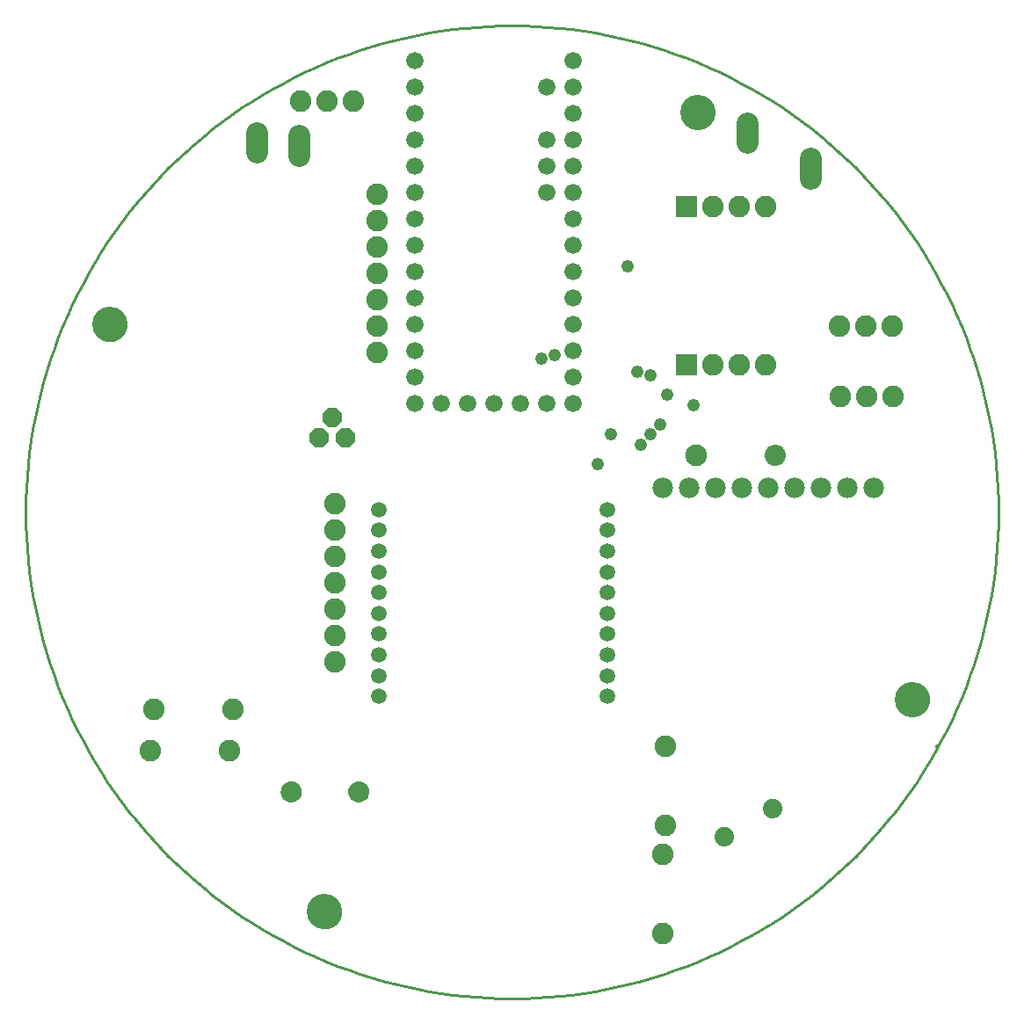
<source format=gbs>
G04 EAGLE Gerber X2 export*
%TF.Part,Single*%
%TF.FileFunction,Other,Solder Mask bottom*%
%TF.FilePolarity,Positive*%
%TF.GenerationSoftware,Autodesk,EAGLE,9.0.0*%
%TF.CreationDate,2018-04-25T18:29:15Z*%
G75*
%MOMM*%
%FSLAX34Y34*%
%LPD*%
%AMOC8*
5,1,8,0,0,1.08239X$1,22.5*%
G01*
%ADD10C,0.254000*%
%ADD11C,0.406400*%
%ADD12C,0.000000*%
%ADD13C,3.403200*%
%ADD14C,1.981200*%
%ADD15C,1.676400*%
%ADD16C,1.511200*%
%ADD17C,2.082800*%
%ADD18R,2.082800X2.082800*%
%ADD19C,1.879600*%
%ADD20C,2.082800*%
%ADD21P,2.034460X8X22.500000*%
%ADD22C,2.047813*%
%ADD23C,2.094537*%
%ADD24C,1.219200*%

G36*
X-145931Y-281257D02*
X-145931Y-281257D01*
X-145888Y-281245D01*
X-145822Y-281237D01*
X-144205Y-280783D01*
X-144164Y-280763D01*
X-144136Y-280755D01*
X-144126Y-280753D01*
X-144122Y-280750D01*
X-144101Y-280744D01*
X-142587Y-280015D01*
X-142551Y-279989D01*
X-142492Y-279959D01*
X-141127Y-278979D01*
X-141096Y-278947D01*
X-141043Y-278907D01*
X-139869Y-277705D01*
X-139844Y-277668D01*
X-139799Y-277619D01*
X-138852Y-276231D01*
X-138833Y-276190D01*
X-138798Y-276135D01*
X-138106Y-274603D01*
X-138095Y-274560D01*
X-138069Y-274499D01*
X-137654Y-272871D01*
X-137651Y-272826D01*
X-137636Y-272762D01*
X-137509Y-271086D01*
X-137514Y-271040D01*
X-137512Y-270968D01*
X-137717Y-269132D01*
X-137731Y-269086D01*
X-137743Y-269010D01*
X-138303Y-267250D01*
X-138326Y-267207D01*
X-138352Y-267136D01*
X-139245Y-265518D01*
X-139275Y-265481D01*
X-139315Y-265416D01*
X-140506Y-264003D01*
X-140543Y-263973D01*
X-140595Y-263917D01*
X-142039Y-262764D01*
X-142081Y-262741D01*
X-142143Y-262696D01*
X-143784Y-261847D01*
X-143830Y-261833D01*
X-143899Y-261801D01*
X-145674Y-261289D01*
X-145722Y-261284D01*
X-145796Y-261266D01*
X-147637Y-261109D01*
X-147681Y-261114D01*
X-147746Y-261110D01*
X-149577Y-261269D01*
X-149623Y-261282D01*
X-149699Y-261292D01*
X-151463Y-261806D01*
X-151506Y-261828D01*
X-151579Y-261853D01*
X-153209Y-262701D01*
X-153247Y-262731D01*
X-153313Y-262769D01*
X-154746Y-263919D01*
X-154778Y-263956D01*
X-154835Y-264006D01*
X-156016Y-265414D01*
X-156040Y-265456D01*
X-156086Y-265517D01*
X-156296Y-265898D01*
X-156296Y-265899D01*
X-156970Y-267128D01*
X-156985Y-267174D01*
X-157019Y-267242D01*
X-157571Y-268995D01*
X-157577Y-269043D01*
X-157597Y-269117D01*
X-157796Y-270944D01*
X-157793Y-270989D01*
X-157799Y-271059D01*
X-157676Y-272735D01*
X-157665Y-272778D01*
X-157659Y-272844D01*
X-157247Y-274473D01*
X-157229Y-274514D01*
X-157211Y-274578D01*
X-156523Y-276111D01*
X-156498Y-276148D01*
X-156469Y-276207D01*
X-155525Y-277598D01*
X-155494Y-277630D01*
X-155456Y-277684D01*
X-154285Y-278889D01*
X-154248Y-278915D01*
X-154201Y-278961D01*
X-152839Y-279945D01*
X-152798Y-279965D01*
X-152744Y-280002D01*
X-151231Y-280734D01*
X-151188Y-280746D01*
X-151177Y-280751D01*
X-151150Y-280765D01*
X-151145Y-280766D01*
X-151128Y-280773D01*
X-149511Y-281232D01*
X-149466Y-281236D01*
X-149402Y-281253D01*
X-147730Y-281423D01*
X-147682Y-281420D01*
X-147603Y-281424D01*
X-145931Y-281257D01*
G37*
G36*
X-210955Y-281257D02*
X-210955Y-281257D01*
X-210912Y-281245D01*
X-210846Y-281237D01*
X-209229Y-280783D01*
X-209188Y-280763D01*
X-209160Y-280755D01*
X-209150Y-280753D01*
X-209146Y-280750D01*
X-209125Y-280744D01*
X-207611Y-280015D01*
X-207575Y-279989D01*
X-207516Y-279959D01*
X-206151Y-278979D01*
X-206120Y-278947D01*
X-206067Y-278907D01*
X-204893Y-277705D01*
X-204868Y-277668D01*
X-204823Y-277619D01*
X-203876Y-276231D01*
X-203857Y-276190D01*
X-203822Y-276135D01*
X-203130Y-274603D01*
X-203119Y-274560D01*
X-203093Y-274499D01*
X-202678Y-272871D01*
X-202675Y-272826D01*
X-202660Y-272762D01*
X-202533Y-271086D01*
X-202538Y-271040D01*
X-202536Y-270968D01*
X-202741Y-269132D01*
X-202755Y-269086D01*
X-202767Y-269010D01*
X-203327Y-267250D01*
X-203350Y-267207D01*
X-203376Y-267136D01*
X-204269Y-265518D01*
X-204299Y-265481D01*
X-204339Y-265416D01*
X-205530Y-264003D01*
X-205567Y-263973D01*
X-205619Y-263917D01*
X-207063Y-262764D01*
X-207105Y-262741D01*
X-207167Y-262696D01*
X-208808Y-261847D01*
X-208854Y-261833D01*
X-208923Y-261801D01*
X-210698Y-261289D01*
X-210746Y-261284D01*
X-210820Y-261266D01*
X-212661Y-261109D01*
X-212705Y-261114D01*
X-212770Y-261110D01*
X-214601Y-261269D01*
X-214647Y-261282D01*
X-214723Y-261292D01*
X-216487Y-261806D01*
X-216530Y-261828D01*
X-216603Y-261853D01*
X-218233Y-262701D01*
X-218271Y-262731D01*
X-218337Y-262769D01*
X-219770Y-263919D01*
X-219802Y-263956D01*
X-219859Y-264006D01*
X-221040Y-265414D01*
X-221064Y-265456D01*
X-221110Y-265517D01*
X-221320Y-265898D01*
X-221320Y-265899D01*
X-221994Y-267128D01*
X-222009Y-267174D01*
X-222043Y-267242D01*
X-222595Y-268995D01*
X-222601Y-269043D01*
X-222621Y-269117D01*
X-222820Y-270944D01*
X-222817Y-270989D01*
X-222823Y-271059D01*
X-222700Y-272735D01*
X-222689Y-272778D01*
X-222683Y-272844D01*
X-222271Y-274473D01*
X-222253Y-274514D01*
X-222235Y-274578D01*
X-221547Y-276111D01*
X-221522Y-276148D01*
X-221493Y-276207D01*
X-220549Y-277598D01*
X-220518Y-277630D01*
X-220480Y-277684D01*
X-219309Y-278889D01*
X-219272Y-278915D01*
X-219225Y-278961D01*
X-217863Y-279945D01*
X-217822Y-279965D01*
X-217768Y-280002D01*
X-216255Y-280734D01*
X-216212Y-280746D01*
X-216201Y-280751D01*
X-216174Y-280765D01*
X-216169Y-280766D01*
X-216152Y-280773D01*
X-214535Y-281232D01*
X-214490Y-281236D01*
X-214426Y-281253D01*
X-212754Y-281423D01*
X-212706Y-281420D01*
X-212627Y-281424D01*
X-210955Y-281257D01*
G37*
D10*
X-468441Y-1524D02*
X-468300Y9972D01*
X-467877Y21461D01*
X-467172Y32937D01*
X-466185Y44391D01*
X-464918Y55818D01*
X-463371Y67211D01*
X-461544Y78562D01*
X-459440Y89864D01*
X-457059Y101112D01*
X-454402Y112298D01*
X-451472Y123415D01*
X-448270Y134457D01*
X-444798Y145417D01*
X-441058Y156289D01*
X-437052Y167066D01*
X-432783Y177741D01*
X-428253Y188308D01*
X-423466Y198760D01*
X-418423Y209092D01*
X-413128Y219298D01*
X-407584Y229370D01*
X-401795Y239303D01*
X-395764Y249091D01*
X-389494Y258728D01*
X-382990Y268208D01*
X-376255Y277526D01*
X-369294Y286676D01*
X-362110Y295652D01*
X-354708Y304449D01*
X-347092Y313062D01*
X-339267Y321485D01*
X-331238Y329714D01*
X-323009Y337743D01*
X-314586Y345568D01*
X-305973Y353184D01*
X-297176Y360586D01*
X-288200Y367770D01*
X-279050Y374731D01*
X-269732Y381466D01*
X-260252Y387970D01*
X-250615Y394240D01*
X-240827Y400271D01*
X-230894Y406060D01*
X-220822Y411604D01*
X-210616Y416899D01*
X-200284Y421942D01*
X-189832Y426729D01*
X-179265Y431259D01*
X-168590Y435528D01*
X-157813Y439534D01*
X-146941Y443274D01*
X-135981Y446746D01*
X-124939Y449948D01*
X-113822Y452878D01*
X-102636Y455535D01*
X-91388Y457916D01*
X-80086Y460020D01*
X-68735Y461847D01*
X-57342Y463394D01*
X-45915Y464661D01*
X-34461Y465648D01*
X-22985Y466353D01*
X-11496Y466776D01*
X0Y466917D01*
X11496Y466776D01*
X22985Y466353D01*
X34461Y465648D01*
X45915Y464661D01*
X57342Y463394D01*
X68735Y461847D01*
X80086Y460020D01*
X91388Y457916D01*
X102636Y455535D01*
X113822Y452878D01*
X124939Y449948D01*
X135981Y446746D01*
X146941Y443274D01*
X157813Y439534D01*
X168590Y435528D01*
X179265Y431259D01*
X189832Y426729D01*
X200284Y421942D01*
X210616Y416899D01*
X220822Y411604D01*
X230894Y406060D01*
X240827Y400271D01*
X250615Y394240D01*
X260252Y387970D01*
X269732Y381466D01*
X279050Y374731D01*
X288200Y367770D01*
X297176Y360586D01*
X305973Y353184D01*
X314586Y345568D01*
X323009Y337743D01*
X331238Y329714D01*
X339267Y321485D01*
X347092Y313062D01*
X354708Y304449D01*
X362110Y295652D01*
X369294Y286676D01*
X376255Y277526D01*
X382990Y268208D01*
X389494Y258728D01*
X395764Y249091D01*
X401795Y239303D01*
X407584Y229370D01*
X413128Y219298D01*
X418423Y209092D01*
X423466Y198760D01*
X428253Y188308D01*
X432783Y177741D01*
X437052Y167066D01*
X441058Y156289D01*
X444798Y145417D01*
X448270Y134457D01*
X451472Y123415D01*
X454402Y112298D01*
X457059Y101112D01*
X459440Y89864D01*
X461544Y78562D01*
X463371Y67211D01*
X464918Y55818D01*
X466185Y44391D01*
X467172Y32937D01*
X467877Y21461D01*
X468300Y9972D01*
X468441Y-1524D01*
X468300Y-13020D01*
X467877Y-24509D01*
X467172Y-35985D01*
X466185Y-47439D01*
X464918Y-58866D01*
X463371Y-70259D01*
X461544Y-81610D01*
X459440Y-92912D01*
X457059Y-104160D01*
X454402Y-115346D01*
X451472Y-126463D01*
X448270Y-137505D01*
X444798Y-148465D01*
X441058Y-159337D01*
X437052Y-170114D01*
X432783Y-180789D01*
X428253Y-191356D01*
X423466Y-201808D01*
X418423Y-212140D01*
X413128Y-222346D01*
X407584Y-232418D01*
X401795Y-242351D01*
X395764Y-252139D01*
X389494Y-261776D01*
X382990Y-271256D01*
X376255Y-280574D01*
X369294Y-289724D01*
X362110Y-298700D01*
X354708Y-307497D01*
X347092Y-316110D01*
X339267Y-324533D01*
X331238Y-332762D01*
X323009Y-340791D01*
X314586Y-348616D01*
X305973Y-356232D01*
X297176Y-363634D01*
X288200Y-370818D01*
X279050Y-377779D01*
X269732Y-384514D01*
X260252Y-391018D01*
X250615Y-397288D01*
X240827Y-403319D01*
X230894Y-409108D01*
X220822Y-414652D01*
X210616Y-419947D01*
X200284Y-424990D01*
X189832Y-429777D01*
X179265Y-434307D01*
X168590Y-438576D01*
X157813Y-442582D01*
X146941Y-446322D01*
X135981Y-449794D01*
X124939Y-452996D01*
X113822Y-455926D01*
X102636Y-458583D01*
X91388Y-460964D01*
X80086Y-463068D01*
X68735Y-464895D01*
X57342Y-466442D01*
X45915Y-467709D01*
X34461Y-468696D01*
X22985Y-469401D01*
X11496Y-469824D01*
X0Y-469965D01*
X-11496Y-469824D01*
X-22985Y-469401D01*
X-34461Y-468696D01*
X-45915Y-467709D01*
X-57342Y-466442D01*
X-68735Y-464895D01*
X-80086Y-463068D01*
X-91388Y-460964D01*
X-102636Y-458583D01*
X-113822Y-455926D01*
X-124939Y-452996D01*
X-135981Y-449794D01*
X-146941Y-446322D01*
X-157813Y-442582D01*
X-168590Y-438576D01*
X-179265Y-434307D01*
X-189832Y-429777D01*
X-200284Y-424990D01*
X-210616Y-419947D01*
X-220822Y-414652D01*
X-230894Y-409108D01*
X-240827Y-403319D01*
X-250615Y-397288D01*
X-260252Y-391018D01*
X-269732Y-384514D01*
X-279050Y-377779D01*
X-288200Y-370818D01*
X-297176Y-363634D01*
X-305973Y-356232D01*
X-314586Y-348616D01*
X-323009Y-340791D01*
X-331238Y-332762D01*
X-339267Y-324533D01*
X-347092Y-316110D01*
X-354708Y-307497D01*
X-362110Y-298700D01*
X-369294Y-289724D01*
X-376255Y-280574D01*
X-382990Y-271256D01*
X-389494Y-261776D01*
X-395764Y-252139D01*
X-401795Y-242351D01*
X-407584Y-232418D01*
X-413128Y-222346D01*
X-418423Y-212140D01*
X-423466Y-201808D01*
X-428253Y-191356D01*
X-432783Y-180789D01*
X-437052Y-170114D01*
X-441058Y-159337D01*
X-444798Y-148465D01*
X-448270Y-137505D01*
X-451472Y-126463D01*
X-454402Y-115346D01*
X-457059Y-104160D01*
X-459440Y-92912D01*
X-461544Y-81610D01*
X-463371Y-70259D01*
X-464918Y-58866D01*
X-466185Y-47439D01*
X-467172Y-35985D01*
X-467877Y-24509D01*
X-468300Y-13020D01*
X-468441Y-1524D01*
D11*
X409634Y-227580D02*
X409742Y-227350D01*
D12*
X163070Y383540D02*
X163075Y383933D01*
X163089Y384325D01*
X163113Y384717D01*
X163147Y385108D01*
X163190Y385499D01*
X163243Y385888D01*
X163306Y386275D01*
X163377Y386661D01*
X163459Y387046D01*
X163549Y387428D01*
X163650Y387807D01*
X163759Y388185D01*
X163878Y388559D01*
X164005Y388930D01*
X164142Y389298D01*
X164288Y389663D01*
X164443Y390024D01*
X164606Y390381D01*
X164778Y390734D01*
X164959Y391082D01*
X165149Y391426D01*
X165346Y391766D01*
X165552Y392100D01*
X165766Y392429D01*
X165989Y392753D01*
X166219Y393071D01*
X166456Y393384D01*
X166702Y393690D01*
X166955Y393991D01*
X167215Y394285D01*
X167482Y394573D01*
X167756Y394854D01*
X168037Y395128D01*
X168325Y395395D01*
X168619Y395655D01*
X168920Y395908D01*
X169226Y396154D01*
X169539Y396391D01*
X169857Y396621D01*
X170181Y396844D01*
X170510Y397058D01*
X170844Y397264D01*
X171184Y397461D01*
X171528Y397651D01*
X171876Y397832D01*
X172229Y398004D01*
X172586Y398167D01*
X172947Y398322D01*
X173312Y398468D01*
X173680Y398605D01*
X174051Y398732D01*
X174425Y398851D01*
X174803Y398960D01*
X175182Y399061D01*
X175564Y399151D01*
X175949Y399233D01*
X176335Y399304D01*
X176722Y399367D01*
X177111Y399420D01*
X177502Y399463D01*
X177893Y399497D01*
X178285Y399521D01*
X178677Y399535D01*
X179070Y399540D01*
X179463Y399535D01*
X179855Y399521D01*
X180247Y399497D01*
X180638Y399463D01*
X181029Y399420D01*
X181418Y399367D01*
X181805Y399304D01*
X182191Y399233D01*
X182576Y399151D01*
X182958Y399061D01*
X183337Y398960D01*
X183715Y398851D01*
X184089Y398732D01*
X184460Y398605D01*
X184828Y398468D01*
X185193Y398322D01*
X185554Y398167D01*
X185911Y398004D01*
X186264Y397832D01*
X186612Y397651D01*
X186956Y397461D01*
X187296Y397264D01*
X187630Y397058D01*
X187959Y396844D01*
X188283Y396621D01*
X188601Y396391D01*
X188914Y396154D01*
X189220Y395908D01*
X189521Y395655D01*
X189815Y395395D01*
X190103Y395128D01*
X190384Y394854D01*
X190658Y394573D01*
X190925Y394285D01*
X191185Y393991D01*
X191438Y393690D01*
X191684Y393384D01*
X191921Y393071D01*
X192151Y392753D01*
X192374Y392429D01*
X192588Y392100D01*
X192794Y391766D01*
X192991Y391426D01*
X193181Y391082D01*
X193362Y390734D01*
X193534Y390381D01*
X193697Y390024D01*
X193852Y389663D01*
X193998Y389298D01*
X194135Y388930D01*
X194262Y388559D01*
X194381Y388185D01*
X194490Y387807D01*
X194591Y387428D01*
X194681Y387046D01*
X194763Y386661D01*
X194834Y386275D01*
X194897Y385888D01*
X194950Y385499D01*
X194993Y385108D01*
X195027Y384717D01*
X195051Y384325D01*
X195065Y383933D01*
X195070Y383540D01*
X195065Y383147D01*
X195051Y382755D01*
X195027Y382363D01*
X194993Y381972D01*
X194950Y381581D01*
X194897Y381192D01*
X194834Y380805D01*
X194763Y380419D01*
X194681Y380034D01*
X194591Y379652D01*
X194490Y379273D01*
X194381Y378895D01*
X194262Y378521D01*
X194135Y378150D01*
X193998Y377782D01*
X193852Y377417D01*
X193697Y377056D01*
X193534Y376699D01*
X193362Y376346D01*
X193181Y375998D01*
X192991Y375654D01*
X192794Y375314D01*
X192588Y374980D01*
X192374Y374651D01*
X192151Y374327D01*
X191921Y374009D01*
X191684Y373696D01*
X191438Y373390D01*
X191185Y373089D01*
X190925Y372795D01*
X190658Y372507D01*
X190384Y372226D01*
X190103Y371952D01*
X189815Y371685D01*
X189521Y371425D01*
X189220Y371172D01*
X188914Y370926D01*
X188601Y370689D01*
X188283Y370459D01*
X187959Y370236D01*
X187630Y370022D01*
X187296Y369816D01*
X186956Y369619D01*
X186612Y369429D01*
X186264Y369248D01*
X185911Y369076D01*
X185554Y368913D01*
X185193Y368758D01*
X184828Y368612D01*
X184460Y368475D01*
X184089Y368348D01*
X183715Y368229D01*
X183337Y368120D01*
X182958Y368019D01*
X182576Y367929D01*
X182191Y367847D01*
X181805Y367776D01*
X181418Y367713D01*
X181029Y367660D01*
X180638Y367617D01*
X180247Y367583D01*
X179855Y367559D01*
X179463Y367545D01*
X179070Y367540D01*
X178677Y367545D01*
X178285Y367559D01*
X177893Y367583D01*
X177502Y367617D01*
X177111Y367660D01*
X176722Y367713D01*
X176335Y367776D01*
X175949Y367847D01*
X175564Y367929D01*
X175182Y368019D01*
X174803Y368120D01*
X174425Y368229D01*
X174051Y368348D01*
X173680Y368475D01*
X173312Y368612D01*
X172947Y368758D01*
X172586Y368913D01*
X172229Y369076D01*
X171876Y369248D01*
X171528Y369429D01*
X171184Y369619D01*
X170844Y369816D01*
X170510Y370022D01*
X170181Y370236D01*
X169857Y370459D01*
X169539Y370689D01*
X169226Y370926D01*
X168920Y371172D01*
X168619Y371425D01*
X168325Y371685D01*
X168037Y371952D01*
X167756Y372226D01*
X167482Y372507D01*
X167215Y372795D01*
X166955Y373089D01*
X166702Y373390D01*
X166456Y373696D01*
X166219Y374009D01*
X165989Y374327D01*
X165766Y374651D01*
X165552Y374980D01*
X165346Y375314D01*
X165149Y375654D01*
X164959Y375998D01*
X164778Y376346D01*
X164606Y376699D01*
X164443Y377056D01*
X164288Y377417D01*
X164142Y377782D01*
X164005Y378150D01*
X163878Y378521D01*
X163759Y378895D01*
X163650Y379273D01*
X163549Y379652D01*
X163459Y380034D01*
X163377Y380419D01*
X163306Y380805D01*
X163243Y381192D01*
X163190Y381581D01*
X163147Y381972D01*
X163113Y382363D01*
X163089Y382755D01*
X163075Y383147D01*
X163070Y383540D01*
D13*
X179070Y383540D03*
D12*
X369826Y-182118D02*
X369831Y-181725D01*
X369845Y-181333D01*
X369869Y-180941D01*
X369903Y-180550D01*
X369946Y-180159D01*
X369999Y-179770D01*
X370062Y-179383D01*
X370133Y-178997D01*
X370215Y-178612D01*
X370305Y-178230D01*
X370406Y-177851D01*
X370515Y-177473D01*
X370634Y-177099D01*
X370761Y-176728D01*
X370898Y-176360D01*
X371044Y-175995D01*
X371199Y-175634D01*
X371362Y-175277D01*
X371534Y-174924D01*
X371715Y-174576D01*
X371905Y-174232D01*
X372102Y-173892D01*
X372308Y-173558D01*
X372522Y-173229D01*
X372745Y-172905D01*
X372975Y-172587D01*
X373212Y-172274D01*
X373458Y-171968D01*
X373711Y-171667D01*
X373971Y-171373D01*
X374238Y-171085D01*
X374512Y-170804D01*
X374793Y-170530D01*
X375081Y-170263D01*
X375375Y-170003D01*
X375676Y-169750D01*
X375982Y-169504D01*
X376295Y-169267D01*
X376613Y-169037D01*
X376937Y-168814D01*
X377266Y-168600D01*
X377600Y-168394D01*
X377940Y-168197D01*
X378284Y-168007D01*
X378632Y-167826D01*
X378985Y-167654D01*
X379342Y-167491D01*
X379703Y-167336D01*
X380068Y-167190D01*
X380436Y-167053D01*
X380807Y-166926D01*
X381181Y-166807D01*
X381559Y-166698D01*
X381938Y-166597D01*
X382320Y-166507D01*
X382705Y-166425D01*
X383091Y-166354D01*
X383478Y-166291D01*
X383867Y-166238D01*
X384258Y-166195D01*
X384649Y-166161D01*
X385041Y-166137D01*
X385433Y-166123D01*
X385826Y-166118D01*
X386219Y-166123D01*
X386611Y-166137D01*
X387003Y-166161D01*
X387394Y-166195D01*
X387785Y-166238D01*
X388174Y-166291D01*
X388561Y-166354D01*
X388947Y-166425D01*
X389332Y-166507D01*
X389714Y-166597D01*
X390093Y-166698D01*
X390471Y-166807D01*
X390845Y-166926D01*
X391216Y-167053D01*
X391584Y-167190D01*
X391949Y-167336D01*
X392310Y-167491D01*
X392667Y-167654D01*
X393020Y-167826D01*
X393368Y-168007D01*
X393712Y-168197D01*
X394052Y-168394D01*
X394386Y-168600D01*
X394715Y-168814D01*
X395039Y-169037D01*
X395357Y-169267D01*
X395670Y-169504D01*
X395976Y-169750D01*
X396277Y-170003D01*
X396571Y-170263D01*
X396859Y-170530D01*
X397140Y-170804D01*
X397414Y-171085D01*
X397681Y-171373D01*
X397941Y-171667D01*
X398194Y-171968D01*
X398440Y-172274D01*
X398677Y-172587D01*
X398907Y-172905D01*
X399130Y-173229D01*
X399344Y-173558D01*
X399550Y-173892D01*
X399747Y-174232D01*
X399937Y-174576D01*
X400118Y-174924D01*
X400290Y-175277D01*
X400453Y-175634D01*
X400608Y-175995D01*
X400754Y-176360D01*
X400891Y-176728D01*
X401018Y-177099D01*
X401137Y-177473D01*
X401246Y-177851D01*
X401347Y-178230D01*
X401437Y-178612D01*
X401519Y-178997D01*
X401590Y-179383D01*
X401653Y-179770D01*
X401706Y-180159D01*
X401749Y-180550D01*
X401783Y-180941D01*
X401807Y-181333D01*
X401821Y-181725D01*
X401826Y-182118D01*
X401821Y-182511D01*
X401807Y-182903D01*
X401783Y-183295D01*
X401749Y-183686D01*
X401706Y-184077D01*
X401653Y-184466D01*
X401590Y-184853D01*
X401519Y-185239D01*
X401437Y-185624D01*
X401347Y-186006D01*
X401246Y-186385D01*
X401137Y-186763D01*
X401018Y-187137D01*
X400891Y-187508D01*
X400754Y-187876D01*
X400608Y-188241D01*
X400453Y-188602D01*
X400290Y-188959D01*
X400118Y-189312D01*
X399937Y-189660D01*
X399747Y-190004D01*
X399550Y-190344D01*
X399344Y-190678D01*
X399130Y-191007D01*
X398907Y-191331D01*
X398677Y-191649D01*
X398440Y-191962D01*
X398194Y-192268D01*
X397941Y-192569D01*
X397681Y-192863D01*
X397414Y-193151D01*
X397140Y-193432D01*
X396859Y-193706D01*
X396571Y-193973D01*
X396277Y-194233D01*
X395976Y-194486D01*
X395670Y-194732D01*
X395357Y-194969D01*
X395039Y-195199D01*
X394715Y-195422D01*
X394386Y-195636D01*
X394052Y-195842D01*
X393712Y-196039D01*
X393368Y-196229D01*
X393020Y-196410D01*
X392667Y-196582D01*
X392310Y-196745D01*
X391949Y-196900D01*
X391584Y-197046D01*
X391216Y-197183D01*
X390845Y-197310D01*
X390471Y-197429D01*
X390093Y-197538D01*
X389714Y-197639D01*
X389332Y-197729D01*
X388947Y-197811D01*
X388561Y-197882D01*
X388174Y-197945D01*
X387785Y-197998D01*
X387394Y-198041D01*
X387003Y-198075D01*
X386611Y-198099D01*
X386219Y-198113D01*
X385826Y-198118D01*
X385433Y-198113D01*
X385041Y-198099D01*
X384649Y-198075D01*
X384258Y-198041D01*
X383867Y-197998D01*
X383478Y-197945D01*
X383091Y-197882D01*
X382705Y-197811D01*
X382320Y-197729D01*
X381938Y-197639D01*
X381559Y-197538D01*
X381181Y-197429D01*
X380807Y-197310D01*
X380436Y-197183D01*
X380068Y-197046D01*
X379703Y-196900D01*
X379342Y-196745D01*
X378985Y-196582D01*
X378632Y-196410D01*
X378284Y-196229D01*
X377940Y-196039D01*
X377600Y-195842D01*
X377266Y-195636D01*
X376937Y-195422D01*
X376613Y-195199D01*
X376295Y-194969D01*
X375982Y-194732D01*
X375676Y-194486D01*
X375375Y-194233D01*
X375081Y-193973D01*
X374793Y-193706D01*
X374512Y-193432D01*
X374238Y-193151D01*
X373971Y-192863D01*
X373711Y-192569D01*
X373458Y-192268D01*
X373212Y-191962D01*
X372975Y-191649D01*
X372745Y-191331D01*
X372522Y-191007D01*
X372308Y-190678D01*
X372102Y-190344D01*
X371905Y-190004D01*
X371715Y-189660D01*
X371534Y-189312D01*
X371362Y-188959D01*
X371199Y-188602D01*
X371044Y-188241D01*
X370898Y-187876D01*
X370761Y-187508D01*
X370634Y-187137D01*
X370515Y-186763D01*
X370406Y-186385D01*
X370305Y-186006D01*
X370215Y-185624D01*
X370133Y-185239D01*
X370062Y-184853D01*
X369999Y-184466D01*
X369946Y-184077D01*
X369903Y-183686D01*
X369869Y-183295D01*
X369845Y-182903D01*
X369831Y-182511D01*
X369826Y-182118D01*
D13*
X385826Y-182118D03*
D12*
X-403350Y179070D02*
X-403345Y179463D01*
X-403331Y179855D01*
X-403307Y180247D01*
X-403273Y180638D01*
X-403230Y181029D01*
X-403177Y181418D01*
X-403114Y181805D01*
X-403043Y182191D01*
X-402961Y182576D01*
X-402871Y182958D01*
X-402770Y183337D01*
X-402661Y183715D01*
X-402542Y184089D01*
X-402415Y184460D01*
X-402278Y184828D01*
X-402132Y185193D01*
X-401977Y185554D01*
X-401814Y185911D01*
X-401642Y186264D01*
X-401461Y186612D01*
X-401271Y186956D01*
X-401074Y187296D01*
X-400868Y187630D01*
X-400654Y187959D01*
X-400431Y188283D01*
X-400201Y188601D01*
X-399964Y188914D01*
X-399718Y189220D01*
X-399465Y189521D01*
X-399205Y189815D01*
X-398938Y190103D01*
X-398664Y190384D01*
X-398383Y190658D01*
X-398095Y190925D01*
X-397801Y191185D01*
X-397500Y191438D01*
X-397194Y191684D01*
X-396881Y191921D01*
X-396563Y192151D01*
X-396239Y192374D01*
X-395910Y192588D01*
X-395576Y192794D01*
X-395236Y192991D01*
X-394892Y193181D01*
X-394544Y193362D01*
X-394191Y193534D01*
X-393834Y193697D01*
X-393473Y193852D01*
X-393108Y193998D01*
X-392740Y194135D01*
X-392369Y194262D01*
X-391995Y194381D01*
X-391617Y194490D01*
X-391238Y194591D01*
X-390856Y194681D01*
X-390471Y194763D01*
X-390085Y194834D01*
X-389698Y194897D01*
X-389309Y194950D01*
X-388918Y194993D01*
X-388527Y195027D01*
X-388135Y195051D01*
X-387743Y195065D01*
X-387350Y195070D01*
X-386957Y195065D01*
X-386565Y195051D01*
X-386173Y195027D01*
X-385782Y194993D01*
X-385391Y194950D01*
X-385002Y194897D01*
X-384615Y194834D01*
X-384229Y194763D01*
X-383844Y194681D01*
X-383462Y194591D01*
X-383083Y194490D01*
X-382705Y194381D01*
X-382331Y194262D01*
X-381960Y194135D01*
X-381592Y193998D01*
X-381227Y193852D01*
X-380866Y193697D01*
X-380509Y193534D01*
X-380156Y193362D01*
X-379808Y193181D01*
X-379464Y192991D01*
X-379124Y192794D01*
X-378790Y192588D01*
X-378461Y192374D01*
X-378137Y192151D01*
X-377819Y191921D01*
X-377506Y191684D01*
X-377200Y191438D01*
X-376899Y191185D01*
X-376605Y190925D01*
X-376317Y190658D01*
X-376036Y190384D01*
X-375762Y190103D01*
X-375495Y189815D01*
X-375235Y189521D01*
X-374982Y189220D01*
X-374736Y188914D01*
X-374499Y188601D01*
X-374269Y188283D01*
X-374046Y187959D01*
X-373832Y187630D01*
X-373626Y187296D01*
X-373429Y186956D01*
X-373239Y186612D01*
X-373058Y186264D01*
X-372886Y185911D01*
X-372723Y185554D01*
X-372568Y185193D01*
X-372422Y184828D01*
X-372285Y184460D01*
X-372158Y184089D01*
X-372039Y183715D01*
X-371930Y183337D01*
X-371829Y182958D01*
X-371739Y182576D01*
X-371657Y182191D01*
X-371586Y181805D01*
X-371523Y181418D01*
X-371470Y181029D01*
X-371427Y180638D01*
X-371393Y180247D01*
X-371369Y179855D01*
X-371355Y179463D01*
X-371350Y179070D01*
X-371355Y178677D01*
X-371369Y178285D01*
X-371393Y177893D01*
X-371427Y177502D01*
X-371470Y177111D01*
X-371523Y176722D01*
X-371586Y176335D01*
X-371657Y175949D01*
X-371739Y175564D01*
X-371829Y175182D01*
X-371930Y174803D01*
X-372039Y174425D01*
X-372158Y174051D01*
X-372285Y173680D01*
X-372422Y173312D01*
X-372568Y172947D01*
X-372723Y172586D01*
X-372886Y172229D01*
X-373058Y171876D01*
X-373239Y171528D01*
X-373429Y171184D01*
X-373626Y170844D01*
X-373832Y170510D01*
X-374046Y170181D01*
X-374269Y169857D01*
X-374499Y169539D01*
X-374736Y169226D01*
X-374982Y168920D01*
X-375235Y168619D01*
X-375495Y168325D01*
X-375762Y168037D01*
X-376036Y167756D01*
X-376317Y167482D01*
X-376605Y167215D01*
X-376899Y166955D01*
X-377200Y166702D01*
X-377506Y166456D01*
X-377819Y166219D01*
X-378137Y165989D01*
X-378461Y165766D01*
X-378790Y165552D01*
X-379124Y165346D01*
X-379464Y165149D01*
X-379808Y164959D01*
X-380156Y164778D01*
X-380509Y164606D01*
X-380866Y164443D01*
X-381227Y164288D01*
X-381592Y164142D01*
X-381960Y164005D01*
X-382331Y163878D01*
X-382705Y163759D01*
X-383083Y163650D01*
X-383462Y163549D01*
X-383844Y163459D01*
X-384229Y163377D01*
X-384615Y163306D01*
X-385002Y163243D01*
X-385391Y163190D01*
X-385782Y163147D01*
X-386173Y163113D01*
X-386565Y163089D01*
X-386957Y163075D01*
X-387350Y163070D01*
X-387743Y163075D01*
X-388135Y163089D01*
X-388527Y163113D01*
X-388918Y163147D01*
X-389309Y163190D01*
X-389698Y163243D01*
X-390085Y163306D01*
X-390471Y163377D01*
X-390856Y163459D01*
X-391238Y163549D01*
X-391617Y163650D01*
X-391995Y163759D01*
X-392369Y163878D01*
X-392740Y164005D01*
X-393108Y164142D01*
X-393473Y164288D01*
X-393834Y164443D01*
X-394191Y164606D01*
X-394544Y164778D01*
X-394892Y164959D01*
X-395236Y165149D01*
X-395576Y165346D01*
X-395910Y165552D01*
X-396239Y165766D01*
X-396563Y165989D01*
X-396881Y166219D01*
X-397194Y166456D01*
X-397500Y166702D01*
X-397801Y166955D01*
X-398095Y167215D01*
X-398383Y167482D01*
X-398664Y167756D01*
X-398938Y168037D01*
X-399205Y168325D01*
X-399465Y168619D01*
X-399718Y168920D01*
X-399964Y169226D01*
X-400201Y169539D01*
X-400431Y169857D01*
X-400654Y170181D01*
X-400868Y170510D01*
X-401074Y170844D01*
X-401271Y171184D01*
X-401461Y171528D01*
X-401642Y171876D01*
X-401814Y172229D01*
X-401977Y172586D01*
X-402132Y172947D01*
X-402278Y173312D01*
X-402415Y173680D01*
X-402542Y174051D01*
X-402661Y174425D01*
X-402770Y174803D01*
X-402871Y175182D01*
X-402961Y175564D01*
X-403043Y175949D01*
X-403114Y176335D01*
X-403177Y176722D01*
X-403230Y177111D01*
X-403273Y177502D01*
X-403307Y177893D01*
X-403331Y178285D01*
X-403345Y178677D01*
X-403350Y179070D01*
D13*
X-387350Y179070D03*
D12*
X-196594Y-386588D02*
X-196589Y-386195D01*
X-196575Y-385803D01*
X-196551Y-385411D01*
X-196517Y-385020D01*
X-196474Y-384629D01*
X-196421Y-384240D01*
X-196358Y-383853D01*
X-196287Y-383467D01*
X-196205Y-383082D01*
X-196115Y-382700D01*
X-196014Y-382321D01*
X-195905Y-381943D01*
X-195786Y-381569D01*
X-195659Y-381198D01*
X-195522Y-380830D01*
X-195376Y-380465D01*
X-195221Y-380104D01*
X-195058Y-379747D01*
X-194886Y-379394D01*
X-194705Y-379046D01*
X-194515Y-378702D01*
X-194318Y-378362D01*
X-194112Y-378028D01*
X-193898Y-377699D01*
X-193675Y-377375D01*
X-193445Y-377057D01*
X-193208Y-376744D01*
X-192962Y-376438D01*
X-192709Y-376137D01*
X-192449Y-375843D01*
X-192182Y-375555D01*
X-191908Y-375274D01*
X-191627Y-375000D01*
X-191339Y-374733D01*
X-191045Y-374473D01*
X-190744Y-374220D01*
X-190438Y-373974D01*
X-190125Y-373737D01*
X-189807Y-373507D01*
X-189483Y-373284D01*
X-189154Y-373070D01*
X-188820Y-372864D01*
X-188480Y-372667D01*
X-188136Y-372477D01*
X-187788Y-372296D01*
X-187435Y-372124D01*
X-187078Y-371961D01*
X-186717Y-371806D01*
X-186352Y-371660D01*
X-185984Y-371523D01*
X-185613Y-371396D01*
X-185239Y-371277D01*
X-184861Y-371168D01*
X-184482Y-371067D01*
X-184100Y-370977D01*
X-183715Y-370895D01*
X-183329Y-370824D01*
X-182942Y-370761D01*
X-182553Y-370708D01*
X-182162Y-370665D01*
X-181771Y-370631D01*
X-181379Y-370607D01*
X-180987Y-370593D01*
X-180594Y-370588D01*
X-180201Y-370593D01*
X-179809Y-370607D01*
X-179417Y-370631D01*
X-179026Y-370665D01*
X-178635Y-370708D01*
X-178246Y-370761D01*
X-177859Y-370824D01*
X-177473Y-370895D01*
X-177088Y-370977D01*
X-176706Y-371067D01*
X-176327Y-371168D01*
X-175949Y-371277D01*
X-175575Y-371396D01*
X-175204Y-371523D01*
X-174836Y-371660D01*
X-174471Y-371806D01*
X-174110Y-371961D01*
X-173753Y-372124D01*
X-173400Y-372296D01*
X-173052Y-372477D01*
X-172708Y-372667D01*
X-172368Y-372864D01*
X-172034Y-373070D01*
X-171705Y-373284D01*
X-171381Y-373507D01*
X-171063Y-373737D01*
X-170750Y-373974D01*
X-170444Y-374220D01*
X-170143Y-374473D01*
X-169849Y-374733D01*
X-169561Y-375000D01*
X-169280Y-375274D01*
X-169006Y-375555D01*
X-168739Y-375843D01*
X-168479Y-376137D01*
X-168226Y-376438D01*
X-167980Y-376744D01*
X-167743Y-377057D01*
X-167513Y-377375D01*
X-167290Y-377699D01*
X-167076Y-378028D01*
X-166870Y-378362D01*
X-166673Y-378702D01*
X-166483Y-379046D01*
X-166302Y-379394D01*
X-166130Y-379747D01*
X-165967Y-380104D01*
X-165812Y-380465D01*
X-165666Y-380830D01*
X-165529Y-381198D01*
X-165402Y-381569D01*
X-165283Y-381943D01*
X-165174Y-382321D01*
X-165073Y-382700D01*
X-164983Y-383082D01*
X-164901Y-383467D01*
X-164830Y-383853D01*
X-164767Y-384240D01*
X-164714Y-384629D01*
X-164671Y-385020D01*
X-164637Y-385411D01*
X-164613Y-385803D01*
X-164599Y-386195D01*
X-164594Y-386588D01*
X-164599Y-386981D01*
X-164613Y-387373D01*
X-164637Y-387765D01*
X-164671Y-388156D01*
X-164714Y-388547D01*
X-164767Y-388936D01*
X-164830Y-389323D01*
X-164901Y-389709D01*
X-164983Y-390094D01*
X-165073Y-390476D01*
X-165174Y-390855D01*
X-165283Y-391233D01*
X-165402Y-391607D01*
X-165529Y-391978D01*
X-165666Y-392346D01*
X-165812Y-392711D01*
X-165967Y-393072D01*
X-166130Y-393429D01*
X-166302Y-393782D01*
X-166483Y-394130D01*
X-166673Y-394474D01*
X-166870Y-394814D01*
X-167076Y-395148D01*
X-167290Y-395477D01*
X-167513Y-395801D01*
X-167743Y-396119D01*
X-167980Y-396432D01*
X-168226Y-396738D01*
X-168479Y-397039D01*
X-168739Y-397333D01*
X-169006Y-397621D01*
X-169280Y-397902D01*
X-169561Y-398176D01*
X-169849Y-398443D01*
X-170143Y-398703D01*
X-170444Y-398956D01*
X-170750Y-399202D01*
X-171063Y-399439D01*
X-171381Y-399669D01*
X-171705Y-399892D01*
X-172034Y-400106D01*
X-172368Y-400312D01*
X-172708Y-400509D01*
X-173052Y-400699D01*
X-173400Y-400880D01*
X-173753Y-401052D01*
X-174110Y-401215D01*
X-174471Y-401370D01*
X-174836Y-401516D01*
X-175204Y-401653D01*
X-175575Y-401780D01*
X-175949Y-401899D01*
X-176327Y-402008D01*
X-176706Y-402109D01*
X-177088Y-402199D01*
X-177473Y-402281D01*
X-177859Y-402352D01*
X-178246Y-402415D01*
X-178635Y-402468D01*
X-179026Y-402511D01*
X-179417Y-402545D01*
X-179809Y-402569D01*
X-180201Y-402583D01*
X-180594Y-402588D01*
X-180987Y-402583D01*
X-181379Y-402569D01*
X-181771Y-402545D01*
X-182162Y-402511D01*
X-182553Y-402468D01*
X-182942Y-402415D01*
X-183329Y-402352D01*
X-183715Y-402281D01*
X-184100Y-402199D01*
X-184482Y-402109D01*
X-184861Y-402008D01*
X-185239Y-401899D01*
X-185613Y-401780D01*
X-185984Y-401653D01*
X-186352Y-401516D01*
X-186717Y-401370D01*
X-187078Y-401215D01*
X-187435Y-401052D01*
X-187788Y-400880D01*
X-188136Y-400699D01*
X-188480Y-400509D01*
X-188820Y-400312D01*
X-189154Y-400106D01*
X-189483Y-399892D01*
X-189807Y-399669D01*
X-190125Y-399439D01*
X-190438Y-399202D01*
X-190744Y-398956D01*
X-191045Y-398703D01*
X-191339Y-398443D01*
X-191627Y-398176D01*
X-191908Y-397902D01*
X-192182Y-397621D01*
X-192449Y-397333D01*
X-192709Y-397039D01*
X-192962Y-396738D01*
X-193208Y-396432D01*
X-193445Y-396119D01*
X-193675Y-395801D01*
X-193898Y-395477D01*
X-194112Y-395148D01*
X-194318Y-394814D01*
X-194515Y-394474D01*
X-194705Y-394130D01*
X-194886Y-393782D01*
X-195058Y-393429D01*
X-195221Y-393072D01*
X-195376Y-392711D01*
X-195522Y-392346D01*
X-195659Y-391978D01*
X-195786Y-391607D01*
X-195905Y-391233D01*
X-196014Y-390855D01*
X-196115Y-390476D01*
X-196205Y-390094D01*
X-196287Y-389709D01*
X-196358Y-389323D01*
X-196421Y-388936D01*
X-196474Y-388547D01*
X-196517Y-388156D01*
X-196551Y-387765D01*
X-196575Y-387373D01*
X-196589Y-386981D01*
X-196594Y-386588D01*
D13*
X-180594Y-386588D03*
D14*
X144781Y21335D03*
X170181Y21335D03*
X195581Y21335D03*
X220981Y21335D03*
X246381Y21335D03*
X271781Y21335D03*
X297181Y21335D03*
X322581Y21335D03*
X347981Y21335D03*
D15*
X-93472Y433578D03*
X-93472Y408178D03*
X-93472Y382778D03*
X-93472Y357378D03*
X-93472Y331978D03*
X-93472Y306578D03*
X-93472Y281178D03*
X-93472Y255778D03*
X-93472Y230378D03*
X-93472Y204978D03*
X-93472Y179578D03*
X-93472Y154178D03*
X-93472Y128778D03*
X-93472Y103378D03*
X-68072Y103378D03*
X-42672Y103378D03*
X-17272Y103378D03*
X8128Y103378D03*
X33528Y103378D03*
X58928Y103378D03*
X58928Y128778D03*
X58928Y154178D03*
X58928Y179578D03*
X58928Y204978D03*
X58928Y230378D03*
X58928Y255778D03*
X58928Y281178D03*
X58928Y306578D03*
X58928Y331978D03*
X58928Y357378D03*
X58928Y382778D03*
X58928Y408178D03*
X33528Y408178D03*
X33528Y357378D03*
X33528Y331978D03*
X33528Y306578D03*
X58928Y433578D03*
D16*
X91881Y-179164D03*
X91881Y-159164D03*
X91881Y-139164D03*
X91881Y-119164D03*
X91881Y-99164D03*
X91881Y-79164D03*
X91881Y-59164D03*
X91881Y-39164D03*
X91881Y-19164D03*
X91881Y836D03*
X-128119Y836D03*
X-128119Y-19164D03*
X-128119Y-39164D03*
X-128119Y-59164D03*
X-128119Y-79164D03*
X-128119Y-99164D03*
X-128119Y-119164D03*
X-128119Y-139164D03*
X-128119Y-159164D03*
X-128119Y-179164D03*
D17*
X-129794Y304379D03*
X-129794Y278979D03*
X-129794Y253579D03*
X-129794Y228179D03*
X-129794Y202779D03*
X-129794Y177379D03*
X-129794Y151979D03*
D18*
X167894Y292354D03*
D17*
X193294Y292354D03*
X218694Y292354D03*
X244094Y292354D03*
D18*
X167894Y139954D03*
D17*
X193294Y139954D03*
X218694Y139954D03*
X244094Y139954D03*
X-170774Y-146029D03*
X-170774Y-120629D03*
X-170774Y-95229D03*
X-170774Y-69829D03*
X-170774Y-44429D03*
X-170774Y-19029D03*
X-170774Y6371D03*
D19*
X204724Y-314706D03*
D17*
X316462Y109418D03*
X341862Y109418D03*
X367262Y109418D03*
X-203454Y394208D03*
X-178054Y394208D03*
X-152654Y394208D03*
X315638Y177552D03*
X341038Y177552D03*
X366438Y177552D03*
D20*
X-246042Y345018D02*
X-246042Y363814D01*
X-205232Y360934D02*
X-205232Y342138D01*
X287529Y338922D02*
X287529Y320126D01*
D21*
X-185591Y70108D03*
X-172891Y89158D03*
X-160191Y70108D03*
D22*
X253628Y53207D03*
D23*
X177428Y53207D03*
D17*
X-345278Y-191763D03*
X-269078Y-191763D03*
X-271944Y-231384D03*
X-348144Y-231384D03*
X147317Y-227252D03*
X147317Y-303452D03*
X145542Y-330964D03*
X145542Y-407164D03*
D20*
X226314Y354076D02*
X226314Y372872D01*
D19*
X251435Y-286991D03*
D24*
X174625Y101600D03*
X120650Y133350D03*
X123825Y63500D03*
X95250Y73025D03*
X111125Y234950D03*
X133350Y73025D03*
X133350Y130175D03*
X28575Y146050D03*
X142875Y82550D03*
X149225Y111125D03*
X41275Y149225D03*
X82550Y44450D03*
M02*

</source>
